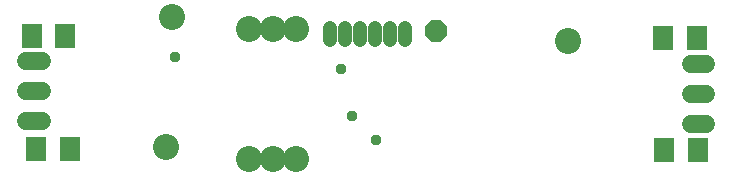
<source format=gbr>
G04 EAGLE Gerber RS-274X export*
G75*
%MOMM*%
%FSLAX34Y34*%
%LPD*%
%INSoldermask Bottom*%
%IPPOS*%
%AMOC8*
5,1,8,0,0,1.08239X$1,22.5*%
G01*
%ADD10C,2.203200*%
%ADD11C,1.211200*%
%ADD12P,1.951982X8X22.500000*%
%ADD13C,1.524000*%
%ADD14R,1.803200X2.006200*%
%ADD15C,0.959600*%


D10*
X147500Y43900D03*
X152500Y153900D03*
X487500Y133900D03*
X217500Y33900D03*
X237500Y33900D03*
X257500Y33900D03*
X217500Y143900D03*
X237500Y143900D03*
X257500Y143900D03*
D11*
X349250Y144740D02*
X349250Y134660D01*
X336550Y134660D02*
X336550Y144740D01*
X323850Y144740D02*
X323850Y134660D01*
X311150Y134660D02*
X311150Y144740D01*
X298450Y144740D02*
X298450Y134660D01*
X285750Y134660D02*
X285750Y144740D01*
D12*
X375600Y142500D03*
D13*
X42304Y66000D02*
X29096Y66000D01*
X29096Y91400D02*
X42304Y91400D01*
X42304Y116800D02*
X29096Y116800D01*
X591496Y114000D02*
X604704Y114000D01*
X604704Y88600D02*
X591496Y88600D01*
X591496Y63200D02*
X604704Y63200D01*
D14*
X597520Y41000D03*
X569080Y41000D03*
X596720Y136000D03*
X568280Y136000D03*
X61820Y137500D03*
X33380Y137500D03*
X66020Y42500D03*
X37580Y42500D03*
D15*
X305000Y70000D03*
X325000Y50000D03*
X295000Y110000D03*
X155000Y120000D03*
M02*

</source>
